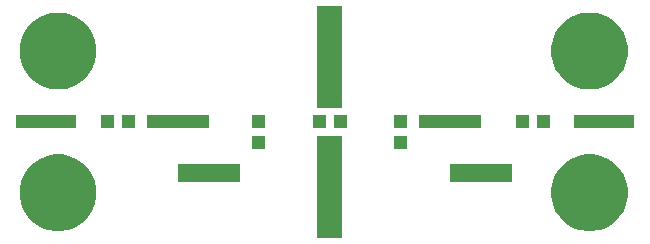
<source format=gbr>
G04 #@! TF.GenerationSoftware,KiCad,Pcbnew,(5.0.2)-1*
G04 #@! TF.CreationDate,2019-05-10T14:36:23+02:00*
G04 #@! TF.ProjectId,137Mhz-BandPass-Filter,3133374d-687a-42d4-9261-6e6450617373,rev?*
G04 #@! TF.SameCoordinates,Original*
G04 #@! TF.FileFunction,Soldermask,Top*
G04 #@! TF.FilePolarity,Negative*
%FSLAX46Y46*%
G04 Gerber Fmt 4.6, Leading zero omitted, Abs format (unit mm)*
G04 Created by KiCad (PCBNEW (5.0.2)-1) date 05/10/19 14:36:23*
%MOMM*%
%LPD*%
G01*
G04 APERTURE LIST*
%ADD10C,0.100000*%
G04 APERTURE END LIST*
D10*
G36*
X135051000Y-129801000D02*
X132949000Y-129801000D01*
X132949000Y-121199000D01*
X135051000Y-121199000D01*
X135051000Y-129801000D01*
X135051000Y-129801000D01*
G37*
G36*
X156634239Y-122811467D02*
X156948282Y-122873934D01*
X157539926Y-123119001D01*
X158068802Y-123472385D01*
X158072395Y-123474786D01*
X158525214Y-123927605D01*
X158525216Y-123927608D01*
X158880999Y-124460074D01*
X159126066Y-125051718D01*
X159251000Y-125679804D01*
X159251000Y-126320196D01*
X159126066Y-126948282D01*
X158880999Y-127539926D01*
X158527615Y-128068802D01*
X158525214Y-128072395D01*
X158072395Y-128525214D01*
X158072392Y-128525216D01*
X157539926Y-128880999D01*
X156948282Y-129126066D01*
X156634239Y-129188533D01*
X156320197Y-129251000D01*
X155679803Y-129251000D01*
X155365761Y-129188533D01*
X155051718Y-129126066D01*
X154460074Y-128880999D01*
X153927608Y-128525216D01*
X153927605Y-128525214D01*
X153474786Y-128072395D01*
X153472385Y-128068802D01*
X153119001Y-127539926D01*
X152873934Y-126948282D01*
X152749000Y-126320196D01*
X152749000Y-125679804D01*
X152873934Y-125051718D01*
X153119001Y-124460074D01*
X153474784Y-123927608D01*
X153474786Y-123927605D01*
X153927605Y-123474786D01*
X153931198Y-123472385D01*
X154460074Y-123119001D01*
X155051718Y-122873934D01*
X155365761Y-122811467D01*
X155679803Y-122749000D01*
X156320197Y-122749000D01*
X156634239Y-122811467D01*
X156634239Y-122811467D01*
G37*
G36*
X111634239Y-122811467D02*
X111948282Y-122873934D01*
X112539926Y-123119001D01*
X113068802Y-123472385D01*
X113072395Y-123474786D01*
X113525214Y-123927605D01*
X113525216Y-123927608D01*
X113880999Y-124460074D01*
X114126066Y-125051718D01*
X114251000Y-125679804D01*
X114251000Y-126320196D01*
X114126066Y-126948282D01*
X113880999Y-127539926D01*
X113527615Y-128068802D01*
X113525214Y-128072395D01*
X113072395Y-128525214D01*
X113072392Y-128525216D01*
X112539926Y-128880999D01*
X111948282Y-129126066D01*
X111634239Y-129188533D01*
X111320197Y-129251000D01*
X110679803Y-129251000D01*
X110365761Y-129188533D01*
X110051718Y-129126066D01*
X109460074Y-128880999D01*
X108927608Y-128525216D01*
X108927605Y-128525214D01*
X108474786Y-128072395D01*
X108472385Y-128068802D01*
X108119001Y-127539926D01*
X107873934Y-126948282D01*
X107749000Y-126320196D01*
X107749000Y-125679804D01*
X107873934Y-125051718D01*
X108119001Y-124460074D01*
X108474784Y-123927608D01*
X108474786Y-123927605D01*
X108927605Y-123474786D01*
X108931198Y-123472385D01*
X109460074Y-123119001D01*
X110051718Y-122873934D01*
X110365761Y-122811467D01*
X110679803Y-122749000D01*
X111320197Y-122749000D01*
X111634239Y-122811467D01*
X111634239Y-122811467D01*
G37*
G36*
X149441000Y-125121000D02*
X144179000Y-125121000D01*
X144179000Y-123539000D01*
X149441000Y-123539000D01*
X149441000Y-125121000D01*
X149441000Y-125121000D01*
G37*
G36*
X126441000Y-125121000D02*
X121179000Y-125121000D01*
X121179000Y-123539000D01*
X126441000Y-123539000D01*
X126441000Y-125121000D01*
X126441000Y-125121000D01*
G37*
G36*
X128551000Y-122323500D02*
X127449000Y-122323500D01*
X127449000Y-121226500D01*
X128551000Y-121226500D01*
X128551000Y-122323500D01*
X128551000Y-122323500D01*
G37*
G36*
X140551000Y-122323500D02*
X139449000Y-122323500D01*
X139449000Y-121226500D01*
X140551000Y-121226500D01*
X140551000Y-122323500D01*
X140551000Y-122323500D01*
G37*
G36*
X115761000Y-120551000D02*
X114664000Y-120551000D01*
X114664000Y-119449000D01*
X115761000Y-119449000D01*
X115761000Y-120551000D01*
X115761000Y-120551000D01*
G37*
G36*
X112551000Y-120551000D02*
X107449000Y-120551000D01*
X107449000Y-119449000D01*
X112551000Y-119449000D01*
X112551000Y-120551000D01*
X112551000Y-120551000D01*
G37*
G36*
X150861000Y-120551000D02*
X149764000Y-120551000D01*
X149764000Y-119449000D01*
X150861000Y-119449000D01*
X150861000Y-120551000D01*
X150861000Y-120551000D01*
G37*
G36*
X152636000Y-120551000D02*
X151539000Y-120551000D01*
X151539000Y-119449000D01*
X152636000Y-119449000D01*
X152636000Y-120551000D01*
X152636000Y-120551000D01*
G37*
G36*
X146821000Y-120551000D02*
X141559000Y-120551000D01*
X141559000Y-119449000D01*
X146821000Y-119449000D01*
X146821000Y-120551000D01*
X146821000Y-120551000D01*
G37*
G36*
X123821000Y-120551000D02*
X118559000Y-120551000D01*
X118559000Y-119449000D01*
X123821000Y-119449000D01*
X123821000Y-120551000D01*
X123821000Y-120551000D01*
G37*
G36*
X117536000Y-120551000D02*
X116439000Y-120551000D01*
X116439000Y-119449000D01*
X117536000Y-119449000D01*
X117536000Y-120551000D01*
X117536000Y-120551000D01*
G37*
G36*
X135436000Y-120551000D02*
X134339000Y-120551000D01*
X134339000Y-119449000D01*
X135436000Y-119449000D01*
X135436000Y-120551000D01*
X135436000Y-120551000D01*
G37*
G36*
X159751000Y-120551000D02*
X154649000Y-120551000D01*
X154649000Y-119449000D01*
X159751000Y-119449000D01*
X159751000Y-120551000D01*
X159751000Y-120551000D01*
G37*
G36*
X133661000Y-120551000D02*
X132564000Y-120551000D01*
X132564000Y-119449000D01*
X133661000Y-119449000D01*
X133661000Y-120551000D01*
X133661000Y-120551000D01*
G37*
G36*
X140551000Y-120548500D02*
X139449000Y-120548500D01*
X139449000Y-119451500D01*
X140551000Y-119451500D01*
X140551000Y-120548500D01*
X140551000Y-120548500D01*
G37*
G36*
X128551000Y-120548500D02*
X127449000Y-120548500D01*
X127449000Y-119451500D01*
X128551000Y-119451500D01*
X128551000Y-120548500D01*
X128551000Y-120548500D01*
G37*
G36*
X135051000Y-118801000D02*
X132949000Y-118801000D01*
X132949000Y-110199000D01*
X135051000Y-110199000D01*
X135051000Y-118801000D01*
X135051000Y-118801000D01*
G37*
G36*
X156634239Y-110811467D02*
X156948282Y-110873934D01*
X157539926Y-111119001D01*
X158068802Y-111472385D01*
X158072395Y-111474786D01*
X158525214Y-111927605D01*
X158525216Y-111927608D01*
X158880999Y-112460074D01*
X159126066Y-113051718D01*
X159251000Y-113679804D01*
X159251000Y-114320196D01*
X159126066Y-114948282D01*
X158880999Y-115539926D01*
X158527615Y-116068802D01*
X158525214Y-116072395D01*
X158072395Y-116525214D01*
X158072392Y-116525216D01*
X157539926Y-116880999D01*
X156948282Y-117126066D01*
X156634239Y-117188533D01*
X156320197Y-117251000D01*
X155679803Y-117251000D01*
X155365761Y-117188533D01*
X155051718Y-117126066D01*
X154460074Y-116880999D01*
X153927608Y-116525216D01*
X153927605Y-116525214D01*
X153474786Y-116072395D01*
X153472385Y-116068802D01*
X153119001Y-115539926D01*
X152873934Y-114948282D01*
X152749000Y-114320196D01*
X152749000Y-113679804D01*
X152873934Y-113051718D01*
X153119001Y-112460074D01*
X153474784Y-111927608D01*
X153474786Y-111927605D01*
X153927605Y-111474786D01*
X153931198Y-111472385D01*
X154460074Y-111119001D01*
X155051718Y-110873934D01*
X155365761Y-110811467D01*
X155679803Y-110749000D01*
X156320197Y-110749000D01*
X156634239Y-110811467D01*
X156634239Y-110811467D01*
G37*
G36*
X111634239Y-110811467D02*
X111948282Y-110873934D01*
X112539926Y-111119001D01*
X113068802Y-111472385D01*
X113072395Y-111474786D01*
X113525214Y-111927605D01*
X113525216Y-111927608D01*
X113880999Y-112460074D01*
X114126066Y-113051718D01*
X114251000Y-113679804D01*
X114251000Y-114320196D01*
X114126066Y-114948282D01*
X113880999Y-115539926D01*
X113527615Y-116068802D01*
X113525214Y-116072395D01*
X113072395Y-116525214D01*
X113072392Y-116525216D01*
X112539926Y-116880999D01*
X111948282Y-117126066D01*
X111634239Y-117188533D01*
X111320197Y-117251000D01*
X110679803Y-117251000D01*
X110365761Y-117188533D01*
X110051718Y-117126066D01*
X109460074Y-116880999D01*
X108927608Y-116525216D01*
X108927605Y-116525214D01*
X108474786Y-116072395D01*
X108472385Y-116068802D01*
X108119001Y-115539926D01*
X107873934Y-114948282D01*
X107749000Y-114320196D01*
X107749000Y-113679804D01*
X107873934Y-113051718D01*
X108119001Y-112460074D01*
X108474784Y-111927608D01*
X108474786Y-111927605D01*
X108927605Y-111474786D01*
X108931198Y-111472385D01*
X109460074Y-111119001D01*
X110051718Y-110873934D01*
X110365761Y-110811467D01*
X110679803Y-110749000D01*
X111320197Y-110749000D01*
X111634239Y-110811467D01*
X111634239Y-110811467D01*
G37*
M02*

</source>
